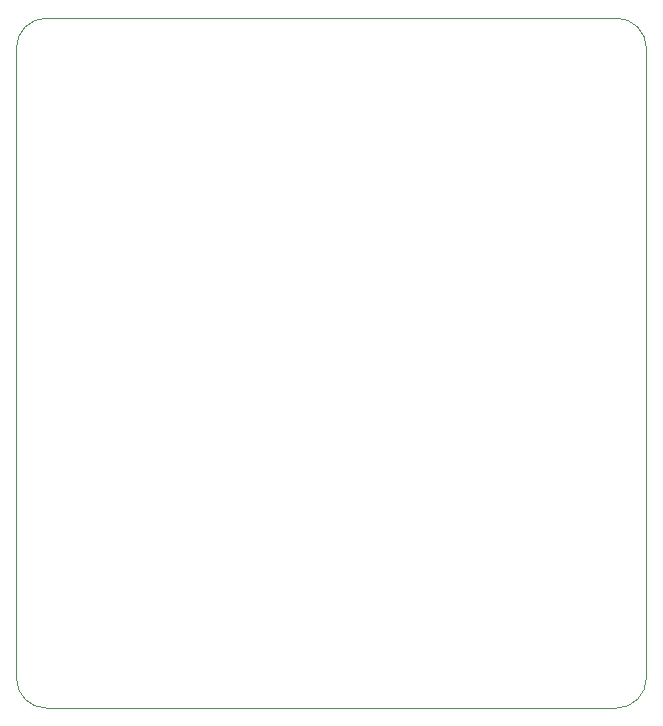
<source format=gbr>
%TF.GenerationSoftware,KiCad,Pcbnew,(7.0.0)*%
%TF.CreationDate,2023-07-06T14:26:49+03:00*%
%TF.ProjectId,IoT_Agrifarm,496f545f-4167-4726-9966-61726d2e6b69,rev?*%
%TF.SameCoordinates,Original*%
%TF.FileFunction,Profile,NP*%
%FSLAX46Y46*%
G04 Gerber Fmt 4.6, Leading zero omitted, Abs format (unit mm)*
G04 Created by KiCad (PCBNEW (7.0.0)) date 2023-07-06 14:26:49*
%MOMM*%
%LPD*%
G01*
G04 APERTURE LIST*
%TA.AperFunction,Profile*%
%ADD10C,0.100000*%
%TD*%
G04 APERTURE END LIST*
D10*
X167640000Y-106680000D02*
G75*
G03*
X170180000Y-104140000I0J2540000D01*
G01*
X116840000Y-104140000D02*
G75*
G03*
X119380000Y-106680000I2540000J0D01*
G01*
X170180000Y-50800000D02*
G75*
G03*
X167640000Y-48260000I-2540000J0D01*
G01*
X119380000Y-106680000D02*
X167640000Y-106680000D01*
X167640000Y-48260000D02*
X119380000Y-48260000D01*
X170180000Y-104140000D02*
X170180000Y-50800000D01*
X116840000Y-50800000D02*
X116840000Y-104140000D01*
X119380000Y-48260000D02*
G75*
G03*
X116840000Y-50800000I0J-2540000D01*
G01*
M02*

</source>
